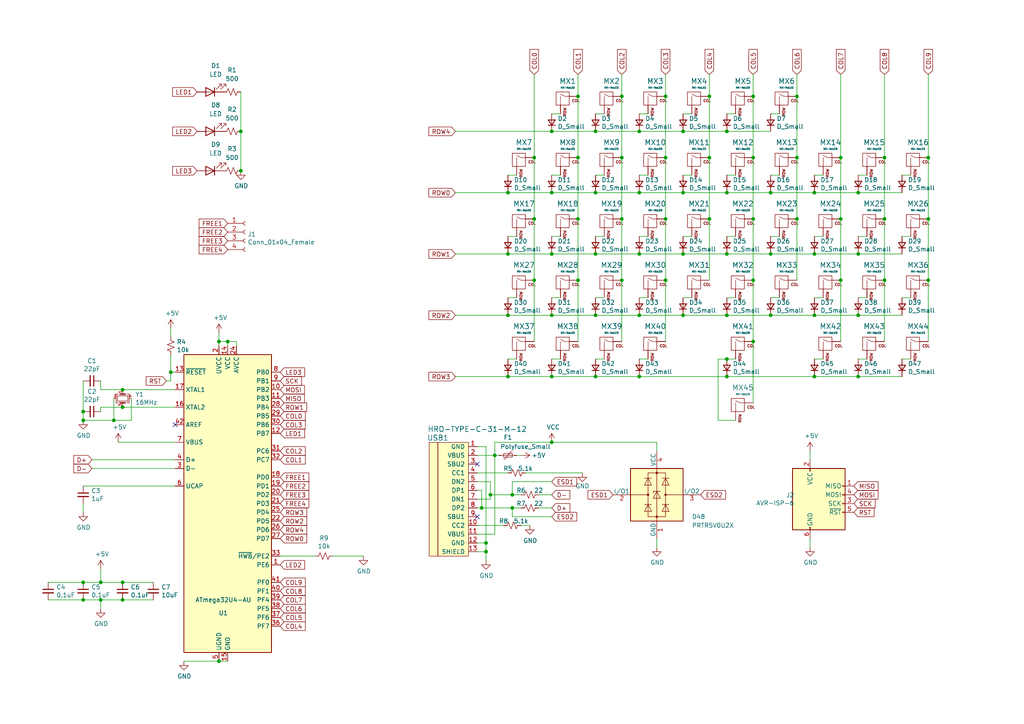
<source format=kicad_sch>
(kicad_sch (version 20211123) (generator eeschema)
  (paper "A4")
  (junction (at 29.21 173.99))
  (junction (at 147.32 109.22))
  (junction (at 142.24 143.51))
  (junction (at 231.14 63.5))
  (junction (at 210.82 38.1))
  (junction (at 63.5 99.06))
  (junction (at 154.94 81.28))
  (junction (at 147.32 91.44))
  (junction (at 148.59 143.51))
  (junction (at 210.82 91.44))
  (junction (at 236.22 73.66))
  (junction (at 180.34 27.94))
  (junction (at 29.21 168.91))
  (junction (at 24.13 121.92))
  (junction (at 236.22 91.44))
  (junction (at 198.12 38.1))
  (junction (at 236.22 55.88))
  (junction (at 160.02 109.22))
  (junction (at 218.44 81.28))
  (junction (at 35.56 168.91))
  (junction (at 160.02 73.66))
  (junction (at 154.94 63.5))
  (junction (at 185.42 91.44))
  (junction (at 172.72 55.88))
  (junction (at 218.44 99.06))
  (junction (at 236.22 109.22))
  (junction (at 269.24 45.72))
  (junction (at 256.54 81.28))
  (junction (at 231.14 27.94))
  (junction (at 210.82 73.66))
  (junction (at 167.64 81.28))
  (junction (at 205.74 45.72))
  (junction (at 248.92 73.66))
  (junction (at 172.72 91.44))
  (junction (at 160.02 91.44))
  (junction (at 243.84 81.28))
  (junction (at 69.85 38.1))
  (junction (at 172.72 38.1))
  (junction (at 140.97 160.02))
  (junction (at 205.74 27.94))
  (junction (at 172.72 73.66))
  (junction (at 180.34 45.72))
  (junction (at 35.56 113.03))
  (junction (at 66.04 99.06))
  (junction (at 243.84 63.5))
  (junction (at 210.82 109.22))
  (junction (at 35.56 118.11))
  (junction (at 24.13 168.91))
  (junction (at 139.7 147.32))
  (junction (at 223.52 55.88))
  (junction (at 160.02 128.27))
  (junction (at 167.64 45.72))
  (junction (at 167.64 27.94))
  (junction (at 180.34 81.28))
  (junction (at 193.04 45.72))
  (junction (at 256.54 63.5))
  (junction (at 269.24 81.28))
  (junction (at 69.85 49.53))
  (junction (at 223.52 73.66))
  (junction (at 248.92 55.88))
  (junction (at 269.24 63.5))
  (junction (at 185.42 109.22))
  (junction (at 63.5 191.77))
  (junction (at 167.64 63.5))
  (junction (at 160.02 55.88))
  (junction (at 231.14 45.72))
  (junction (at 193.04 63.5))
  (junction (at 185.42 38.1))
  (junction (at 198.12 91.44))
  (junction (at 148.59 147.32))
  (junction (at 154.94 45.72))
  (junction (at 218.44 27.94))
  (junction (at 35.56 173.99))
  (junction (at 248.92 109.22))
  (junction (at 140.97 157.48))
  (junction (at 24.13 119.38))
  (junction (at 143.51 132.08))
  (junction (at 205.74 63.5))
  (junction (at 210.82 55.88))
  (junction (at 218.44 45.72))
  (junction (at 33.02 121.92))
  (junction (at 210.82 104.14))
  (junction (at 198.12 73.66))
  (junction (at 193.04 81.28))
  (junction (at 218.44 63.5))
  (junction (at 185.42 73.66))
  (junction (at 256.54 45.72))
  (junction (at 49.53 107.95))
  (junction (at 223.52 91.44))
  (junction (at 185.42 55.88))
  (junction (at 160.02 38.1))
  (junction (at 243.84 45.72))
  (junction (at 198.12 55.88))
  (junction (at 24.13 173.99))
  (junction (at 180.34 63.5))
  (junction (at 193.04 27.94))
  (junction (at 147.32 55.88))
  (junction (at 248.92 91.44))
  (junction (at 147.32 73.66))
  (junction (at 172.72 109.22))
  (no_connect (at 138.43 149.86))
  (no_connect (at 138.43 134.62))
  (no_connect (at 50.8 123.19))
  (wire (pts (xy 160.02 128.27) (xy 143.51 128.27)))
  (wire (pts (xy 231.14 45.72) (xy 231.14 63.5)))
  (wire (pts (xy 187.96 50.8) (xy 185.42 50.8)))
  (wire (pts (xy 143.51 128.27) (xy 143.51 132.08)))
  (wire (pts (xy 24.13 173.99) (xy 13.97 173.99)))
  (wire (pts (xy 162.56 68.58) (xy 160.02 68.58)))
  (wire (pts (xy 96.52 161.29) (xy 105.41 161.29)))
  (wire (pts (xy 29.21 119.38) (xy 29.21 118.11)))
  (wire (pts (xy 143.51 154.94) (xy 143.51 132.08)))
  (wire (pts (xy 29.21 173.99) (xy 35.56 173.99)))
  (wire (pts (xy 236.22 109.22) (xy 248.92 109.22)))
  (wire (pts (xy 187.96 104.14) (xy 185.42 104.14)))
  (wire (pts (xy 256.54 81.28) (xy 256.54 99.06)))
  (wire (pts (xy 49.53 110.49) (xy 49.53 107.95)))
  (wire (pts (xy 226.06 86.36) (xy 223.52 86.36)))
  (wire (pts (xy 234.95 156.21) (xy 234.95 158.75)))
  (wire (pts (xy 160.02 55.88) (xy 147.32 55.88)))
  (wire (pts (xy 236.22 55.88) (xy 223.52 55.88)))
  (wire (pts (xy 149.86 104.14) (xy 147.32 104.14)))
  (wire (pts (xy 69.85 26.67) (xy 69.85 38.1)))
  (wire (pts (xy 147.32 137.16) (xy 138.43 137.16)))
  (wire (pts (xy 213.36 68.58) (xy 210.82 68.58)))
  (wire (pts (xy 154.94 21.59) (xy 154.94 45.72)))
  (wire (pts (xy 193.04 27.94) (xy 193.04 45.72)))
  (wire (pts (xy 154.94 45.72) (xy 154.94 63.5)))
  (wire (pts (xy 162.56 50.8) (xy 160.02 50.8)))
  (wire (pts (xy 138.43 139.7) (xy 142.24 139.7)))
  (wire (pts (xy 218.44 21.59) (xy 218.44 27.94)))
  (wire (pts (xy 66.04 99.06) (xy 63.5 99.06)))
  (wire (pts (xy 236.22 91.44) (xy 248.92 91.44)))
  (wire (pts (xy 35.56 113.03) (xy 50.8 113.03)))
  (wire (pts (xy 24.13 121.92) (xy 24.13 119.38)))
  (wire (pts (xy 187.96 33.02) (xy 185.42 33.02)))
  (wire (pts (xy 132.08 38.1) (xy 160.02 38.1)))
  (wire (pts (xy 142.24 143.51) (xy 142.24 144.78)))
  (wire (pts (xy 190.5 128.27) (xy 160.02 128.27)))
  (wire (pts (xy 185.42 55.88) (xy 172.72 55.88)))
  (wire (pts (xy 151.13 132.08) (xy 149.86 132.08)))
  (wire (pts (xy 256.54 21.59) (xy 256.54 45.72)))
  (wire (pts (xy 162.56 33.02) (xy 160.02 33.02)))
  (wire (pts (xy 172.72 38.1) (xy 185.42 38.1)))
  (wire (pts (xy 231.14 63.5) (xy 231.14 81.28)))
  (wire (pts (xy 142.24 143.51) (xy 148.59 143.51)))
  (wire (pts (xy 223.52 91.44) (xy 210.82 91.44)))
  (wire (pts (xy 238.76 86.36) (xy 236.22 86.36)))
  (wire (pts (xy 205.74 21.59) (xy 205.74 27.94)))
  (wire (pts (xy 213.36 86.36) (xy 210.82 86.36)))
  (wire (pts (xy 200.66 33.02) (xy 198.12 33.02)))
  (wire (pts (xy 200.66 50.8) (xy 198.12 50.8)))
  (wire (pts (xy 190.5 130.81) (xy 190.5 128.27)))
  (wire (pts (xy 29.21 176.53) (xy 29.21 173.99)))
  (wire (pts (xy 223.52 73.66) (xy 210.82 73.66)))
  (wire (pts (xy 175.26 86.36) (xy 172.72 86.36)))
  (wire (pts (xy 248.92 109.22) (xy 261.62 109.22)))
  (wire (pts (xy 180.34 27.94) (xy 180.34 45.72)))
  (wire (pts (xy 29.21 118.11) (xy 35.56 118.11)))
  (wire (pts (xy 149.86 68.58) (xy 147.32 68.58)))
  (wire (pts (xy 68.58 100.33) (xy 68.58 99.06)))
  (wire (pts (xy 243.84 45.72) (xy 243.84 63.5)))
  (wire (pts (xy 269.24 63.5) (xy 269.24 81.28)))
  (wire (pts (xy 81.28 161.29) (xy 91.44 161.29)))
  (wire (pts (xy 160.02 109.22) (xy 172.72 109.22)))
  (wire (pts (xy 210.82 55.88) (xy 198.12 55.88)))
  (wire (pts (xy 175.26 33.02) (xy 172.72 33.02)))
  (wire (pts (xy 236.22 73.66) (xy 223.52 73.66)))
  (wire (pts (xy 66.04 99.06) (xy 66.04 100.33)))
  (wire (pts (xy 248.92 73.66) (xy 236.22 73.66)))
  (wire (pts (xy 149.86 50.8) (xy 147.32 50.8)))
  (wire (pts (xy 154.94 63.5) (xy 154.94 81.28)))
  (wire (pts (xy 147.32 55.88) (xy 132.08 55.88)))
  (wire (pts (xy 24.13 140.97) (xy 50.8 140.97)))
  (wire (pts (xy 154.94 81.28) (xy 154.94 99.06)))
  (wire (pts (xy 175.26 104.14) (xy 172.72 104.14)))
  (wire (pts (xy 140.97 129.54) (xy 138.43 129.54)))
  (wire (pts (xy 172.72 73.66) (xy 160.02 73.66)))
  (wire (pts (xy 138.43 132.08) (xy 143.51 132.08)))
  (wire (pts (xy 218.44 63.5) (xy 218.44 81.28)))
  (wire (pts (xy 269.24 81.28) (xy 269.24 99.06)))
  (wire (pts (xy 38.1 121.92) (xy 38.1 115.57)))
  (wire (pts (xy 35.56 168.91) (xy 44.45 168.91)))
  (wire (pts (xy 172.72 55.88) (xy 160.02 55.88)))
  (wire (pts (xy 168.91 137.16) (xy 152.4 137.16)))
  (wire (pts (xy 208.28 104.14) (xy 210.82 104.14)))
  (wire (pts (xy 210.82 73.66) (xy 198.12 73.66)))
  (wire (pts (xy 200.66 68.58) (xy 198.12 68.58)))
  (wire (pts (xy 251.46 50.8) (xy 248.92 50.8)))
  (wire (pts (xy 226.06 68.58) (xy 223.52 68.58)))
  (wire (pts (xy 24.13 148.59) (xy 24.13 146.05)))
  (wire (pts (xy 236.22 91.44) (xy 223.52 91.44)))
  (wire (pts (xy 26.67 135.89) (xy 50.8 135.89)))
  (wire (pts (xy 63.5 99.06) (xy 63.5 96.52)))
  (wire (pts (xy 69.85 38.1) (xy 69.85 49.53)))
  (wire (pts (xy 187.96 68.58) (xy 185.42 68.58)))
  (wire (pts (xy 148.59 139.7) (xy 148.59 143.51)))
  (wire (pts (xy 264.16 68.58) (xy 261.62 68.58)))
  (wire (pts (xy 49.53 95.25) (xy 49.53 97.79)))
  (wire (pts (xy 175.26 50.8) (xy 172.72 50.8)))
  (wire (pts (xy 29.21 110.49) (xy 29.21 113.03)))
  (wire (pts (xy 198.12 55.88) (xy 185.42 55.88)))
  (wire (pts (xy 269.24 45.72) (xy 269.24 63.5)))
  (wire (pts (xy 248.92 86.36) (xy 251.46 86.36)))
  (wire (pts (xy 185.42 73.66) (xy 172.72 73.66)))
  (wire (pts (xy 139.7 147.32) (xy 138.43 147.32)))
  (wire (pts (xy 218.44 45.72) (xy 218.44 63.5)))
  (wire (pts (xy 68.58 99.06) (xy 66.04 99.06)))
  (wire (pts (xy 147.32 73.66) (xy 132.08 73.66)))
  (wire (pts (xy 264.16 50.8) (xy 261.62 50.8)))
  (wire (pts (xy 34.29 128.27) (xy 50.8 128.27)))
  (wire (pts (xy 180.34 63.5) (xy 180.34 81.28)))
  (wire (pts (xy 49.53 102.87) (xy 49.53 107.95)))
  (wire (pts (xy 63.5 100.33) (xy 63.5 99.06)))
  (wire (pts (xy 138.43 142.24) (xy 139.7 142.24)))
  (wire (pts (xy 140.97 157.48) (xy 140.97 129.54)))
  (wire (pts (xy 180.34 81.28) (xy 180.34 99.06)))
  (wire (pts (xy 160.02 109.22) (xy 147.32 109.22)))
  (wire (pts (xy 264.16 104.14) (xy 261.62 104.14)))
  (wire (pts (xy 140.97 157.48) (xy 138.43 157.48)))
  (wire (pts (xy 160.02 139.7) (xy 148.59 139.7)))
  (wire (pts (xy 208.28 121.92) (xy 208.28 104.14)))
  (wire (pts (xy 160.02 147.32) (xy 156.21 147.32)))
  (wire (pts (xy 236.22 104.14) (xy 238.76 104.14)))
  (wire (pts (xy 180.34 45.72) (xy 180.34 63.5)))
  (wire (pts (xy 205.74 27.94) (xy 205.74 45.72)))
  (wire (pts (xy 148.59 147.32) (xy 151.13 147.32)))
  (wire (pts (xy 243.84 21.59) (xy 243.84 45.72)))
  (wire (pts (xy 162.56 104.14) (xy 160.02 104.14)))
  (wire (pts (xy 132.08 109.22) (xy 147.32 109.22)))
  (wire (pts (xy 162.56 86.36) (xy 160.02 86.36)))
  (wire (pts (xy 248.92 91.44) (xy 261.62 91.44)))
  (wire (pts (xy 160.02 73.66) (xy 147.32 73.66)))
  (wire (pts (xy 167.64 27.94) (xy 167.64 45.72)))
  (wire (pts (xy 210.82 91.44) (xy 198.12 91.44)))
  (wire (pts (xy 29.21 168.91) (xy 35.56 168.91)))
  (wire (pts (xy 226.06 33.02) (xy 223.52 33.02)))
  (wire (pts (xy 243.84 81.28) (xy 243.84 99.06)))
  (wire (pts (xy 238.76 68.58) (xy 236.22 68.58)))
  (wire (pts (xy 33.02 121.92) (xy 38.1 121.92)))
  (wire (pts (xy 29.21 165.1) (xy 29.21 168.91)))
  (wire (pts (xy 261.62 55.88) (xy 248.92 55.88)))
  (wire (pts (xy 160.02 91.44) (xy 147.32 91.44)))
  (wire (pts (xy 33.02 121.92) (xy 24.13 121.92)))
  (wire (pts (xy 198.12 73.66) (xy 185.42 73.66)))
  (wire (pts (xy 261.62 86.36) (xy 264.16 86.36)))
  (wire (pts (xy 243.84 63.5) (xy 243.84 81.28)))
  (wire (pts (xy 50.8 118.11) (xy 35.56 118.11)))
  (wire (pts (xy 33.02 115.57) (xy 33.02 121.92)))
  (wire (pts (xy 210.82 38.1) (xy 223.52 38.1)))
  (wire (pts (xy 140.97 160.02) (xy 140.97 157.48)))
  (wire (pts (xy 160.02 149.86) (xy 148.59 149.86)))
  (wire (pts (xy 248.92 104.14) (xy 251.46 104.14)))
  (wire (pts (xy 138.43 160.02) (xy 140.97 160.02)))
  (wire (pts (xy 218.44 81.28) (xy 218.44 99.06)))
  (wire (pts (xy 185.42 91.44) (xy 172.72 91.44)))
  (wire (pts (xy 234.95 133.35) (xy 234.95 130.81)))
  (wire (pts (xy 172.72 109.22) (xy 185.42 109.22)))
  (wire (pts (xy 231.14 27.94) (xy 231.14 45.72)))
  (wire (pts (xy 140.97 162.56) (xy 140.97 160.02)))
  (wire (pts (xy 29.21 173.99) (xy 24.13 173.99)))
  (wire (pts (xy 160.02 38.1) (xy 172.72 38.1)))
  (wire (pts (xy 147.32 91.44) (xy 132.08 91.44)))
  (wire (pts (xy 139.7 147.32) (xy 148.59 147.32)))
  (wire (pts (xy 223.52 55.88) (xy 210.82 55.88)))
  (wire (pts (xy 167.64 63.5) (xy 167.64 81.28)))
  (wire (pts (xy 148.59 143.51) (xy 151.13 143.51)))
  (wire (pts (xy 13.97 168.91) (xy 24.13 168.91)))
  (wire (pts (xy 24.13 110.49) (xy 24.13 119.38)))
  (wire (pts (xy 66.04 191.77) (xy 63.5 191.77)))
  (wire (pts (xy 269.24 21.59) (xy 269.24 45.72)))
  (wire (pts (xy 35.56 173.99) (xy 44.45 173.99)))
  (wire (pts (xy 210.82 109.22) (xy 236.22 109.22)))
  (wire (pts (xy 167.64 21.59) (xy 167.64 27.94)))
  (wire (pts (xy 210.82 104.14) (xy 213.36 104.14)))
  (wire (pts (xy 213.36 33.02) (xy 210.82 33.02)))
  (wire (pts (xy 231.14 21.59) (xy 231.14 27.94)))
  (wire (pts (xy 138.43 154.94) (xy 143.51 154.94)))
  (wire (pts (xy 198.12 38.1) (xy 210.82 38.1)))
  (wire (pts (xy 172.72 91.44) (xy 160.02 91.44)))
  (wire (pts (xy 142.24 139.7) (xy 142.24 143.51)))
  (wire (pts (xy 185.42 38.1) (xy 198.12 38.1)))
  (wire (pts (xy 193.04 21.59) (xy 193.04 27.94)))
  (wire (pts (xy 167.64 81.28) (xy 167.64 99.06)))
  (wire (pts (xy 63.5 191.77) (xy 53.34 191.77)))
  (wire (pts (xy 205.74 63.5) (xy 205.74 81.28)))
  (wire (pts (xy 29.21 113.03) (xy 35.56 113.03)))
  (wire (pts (xy 156.21 143.51) (xy 160.02 143.51)))
  (wire (pts (xy 167.64 45.72) (xy 167.64 63.5)))
  (wire (pts (xy 187.96 86.36) (xy 185.42 86.36)))
  (wire (pts (xy 226.06 50.8) (xy 223.52 50.8)))
  (wire (pts (xy 261.62 73.66) (xy 248.92 73.66)))
  (wire (pts (xy 143.51 132.08) (xy 144.78 132.08)))
  (wire (pts (xy 193.04 81.28) (xy 193.04 99.06)))
  (wire (pts (xy 48.26 110.49) (xy 49.53 110.49)))
  (wire (pts (xy 180.34 21.59) (xy 180.34 27.94)))
  (wire (pts (xy 193.04 63.5) (xy 193.04 81.28)))
  (wire (pts (xy 149.86 86.36) (xy 147.32 86.36)))
  (wire (pts (xy 185.42 109.22) (xy 210.82 109.22)))
  (wire (pts (xy 139.7 142.24) (xy 139.7 147.32)))
  (wire (pts (xy 218.44 99.06) (xy 218.44 116.84)))
  (wire (pts (xy 26.67 133.35) (xy 50.8 133.35)))
  (wire (pts (xy 238.76 50.8) (xy 236.22 50.8)))
  (wire (pts (xy 175.26 68.58) (xy 172.72 68.58)))
  (wire (pts (xy 146.05 152.4) (xy 138.43 152.4)))
  (wire (pts (xy 193.04 45.72) (xy 193.04 63.5)))
  (wire (pts (xy 148.59 149.86) (xy 148.59 147.32)))
  (wire (pts (xy 198.12 91.44) (xy 185.42 91.44)))
  (wire (pts (xy 200.66 86.36) (xy 198.12 86.36)))
  (wire (pts (xy 153.67 152.4) (xy 151.13 152.4)))
  (wire (pts (xy 205.74 45.72) (xy 205.74 63.5)))
  (wire (pts (xy 49.53 107.95) (xy 50.8 107.95)))
  (wire (pts (xy 24.13 168.91) (xy 29.21 168.91)))
  (wire (pts (xy 213.36 50.8) (xy 210.82 50.8)))
  (wire (pts (xy 218.44 27.94) (xy 218.44 45.72)))
  (wire (pts (xy 251.46 68.58) (xy 248.92 68.58)))
  (wire (pts (xy 256.54 63.5) (xy 256.54 81.28)))
  (wire (pts (xy 142.24 144.78) (xy 138.43 144.78)))
  (wire (pts (xy 208.28 121.92) (xy 213.36 121.92)))
  (wire (pts (xy 248.92 55.88) (xy 236.22 55.88)))
  (wire (pts (xy 256.54 45.72) (xy 256.54 63.5)))
  (wire (pts (xy 190.5 158.75) (xy 190.5 156.21)))
  (global_label "FREE4" (shape input) (at 66.04 72.39 180) (property "Intersheet References" "${INTERSHEET_REFS}" (effects hide)))
  (global_label "COL9" (shape input) (at 81.28 168.91 0) (property "Intersheet References" "${INTERSHEET_REFS}" (effects hide)))
  (global_label "FREE3" (shape input) (at 81.28 143.51 0) (property "Intersheet References" "${INTERSHEET_REFS}" (effects hide)))
  (global_label "FREE1" (shape input) (at 81.28 138.43 0) (property "Intersheet References" "${INTERSHEET_REFS}" (effects hide)))
  (global_label "COL7" (shape input) (at 243.84 21.59 90) (property "Intersheet References" "${INTERSHEET_REFS}" (effects hide)))
  (global_label "D+" (shape input) (at 26.67 133.35 180) (property "Intersheet References" "${INTERSHEET_REFS}" (effects hide)))
  (global_label "SCK" (shape input) (at 247.65 146.05 0) (property "Intersheet References" "${INTERSHEET_REFS}" (effects hide)))
  (global_label "COL8" (shape input) (at 256.54 21.59 90) (property "Intersheet References" "${INTERSHEET_REFS}" (effects hide)))
  (global_label "RST" (shape input) (at 247.65 148.59 0) (property "Intersheet References" "${INTERSHEET_REFS}" (effects hide)))
  (global_label "COL1" (shape input) (at 81.28 133.35 0) (property "Intersheet References" "${INTERSHEET_REFS}" (effects hide)))
  (global_label "LED1" (shape input) (at 57.15 26.67 180) (property "Intersheet References" "${INTERSHEET_REFS}" (effects hide)))
  (global_label "LED2" (shape input) (at 81.28 163.83 0) (property "Intersheet References" "${INTERSHEET_REFS}" (effects hide)))
  (global_label "COL8" (shape input) (at 81.28 171.45 0) (property "Intersheet References" "${INTERSHEET_REFS}" (effects hide)))
  (global_label "MISO" (shape input) (at 247.65 140.97 0) (property "Intersheet References" "${INTERSHEET_REFS}" (effects hide)))
  (global_label "COL3" (shape input) (at 193.04 21.59 90) (property "Intersheet References" "${INTERSHEET_REFS}" (effects hide)))
  (global_label "ROW0" (shape input) (at 81.28 156.21 0) (property "Intersheet References" "${INTERSHEET_REFS}" (effects hide)))
  (global_label "MOSI" (shape input) (at 81.28 113.03 0) (property "Intersheet References" "${INTERSHEET_REFS}" (effects hide)))
  (global_label "ROW0" (shape input) (at 132.08 55.88 180) (property "Intersheet References" "${INTERSHEET_REFS}" (effects hide)))
  (global_label "FREE4" (shape input) (at 81.28 146.05 0) (property "Intersheet References" "${INTERSHEET_REFS}" (effects hide)))
  (global_label "LED3" (shape input) (at 57.15 49.53 180) (property "Intersheet References" "${INTERSHEET_REFS}" (effects hide)))
  (global_label "RST" (shape input) (at 48.26 110.49 180) (property "Intersheet References" "${INTERSHEET_REFS}" (effects hide)))
  (global_label "ROW3" (shape input) (at 132.08 109.22 180) (property "Intersheet References" "${INTERSHEET_REFS}" (effects hide)))
  (global_label "COL2" (shape input) (at 81.28 130.81 0) (property "Intersheet References" "${INTERSHEET_REFS}" (effects hide)))
  (global_label "COL6" (shape input) (at 231.14 21.59 90) (property "Intersheet References" "${INTERSHEET_REFS}" (effects hide)))
  (global_label "FREE2" (shape input) (at 66.04 67.31 180) (property "Intersheet References" "${INTERSHEET_REFS}" (effects hide)))
  (global_label "MOSI" (shape input) (at 247.65 143.51 0) (property "Intersheet References" "${INTERSHEET_REFS}" (effects hide)))
  (global_label "COL7" (shape input) (at 81.28 173.99 0) (property "Intersheet References" "${INTERSHEET_REFS}" (effects hide)))
  (global_label "COL2" (shape input) (at 180.34 21.59 90) (property "Intersheet References" "${INTERSHEET_REFS}" (effects hide)))
  (global_label "D+" (shape input) (at 160.02 147.32 0) (property "Intersheet References" "${INTERSHEET_REFS}" (effects hide)))
  (global_label "LED1" (shape input) (at 81.28 125.73 0) (property "Intersheet References" "${INTERSHEET_REFS}" (effects hide)))
  (global_label "ROW4" (shape input) (at 132.08 38.1 180) (property "Intersheet References" "${INTERSHEET_REFS}" (effects hide)))
  (global_label "ESD2" (shape input) (at 160.02 149.86 0) (property "Intersheet References" "${INTERSHEET_REFS}" (effects hide)))
  (global_label "COL5" (shape input) (at 218.44 21.59 90) (property "Intersheet References" "${INTERSHEET_REFS}" (effects hide)))
  (global_label "COL1" (shape input) (at 167.64 21.59 90) (property "Intersheet References" "${INTERSHEET_REFS}" (effects hide)))
  (global_label "COL6" (shape input) (at 81.28 176.53 0) (property "Intersheet References" "${INTERSHEET_REFS}" (effects hide)))
  (global_label "D-" (shape input) (at 160.02 143.51 0) (property "Intersheet References" "${INTERSHEET_REFS}" (effects hide)))
  (global_label "FREE1" (shape input) (at 66.04 64.77 180) (property "Intersheet References" "${INTERSHEET_REFS}" (effects hide)))
  (global_label "COL0" (shape input) (at 154.94 21.59 90) (property "Intersheet References" "${INTERSHEET_REFS}" (effects hide)))
  (global_label "ROW4" (shape input) (at 81.28 153.67 0) (property "Intersheet References" "${INTERSHEET_REFS}" (effects hide)))
  (global_label "MISO" (shape input) (at 81.28 115.57 0) (property "Intersheet References" "${INTERSHEET_REFS}" (effects hide)))
  (global_label "ROW1" (shape input) (at 132.08 73.66 180) (property "Intersheet References" "${INTERSHEET_REFS}" (effects hide)))
  (global_label "SCK" (shape input) (at 81.28 110.49 0) (property "Intersheet References" "${INTERSHEET_REFS}" (effects hide)))
  (global_label "ROW3" (shape input) (at 81.28 148.59 0) (property "Intersheet References" "${INTERSHEET_REFS}" (effects hide)))
  (global_label "FREE2" (shape input) (at 81.28 140.97 0) (property "Intersheet References" "${INTERSHEET_REFS}" (effects hide)))
  (global_label "FREE3" (shape input) (at 66.04 69.85 180) (property "Intersheet References" "${INTERSHEET_REFS}" (effects hide)))
  (global_label "COL0" (shape input) (at 81.28 120.65 0) (property "Intersheet References" "${INTERSHEET_REFS}" (effects hide)))
  (global_label "D-" (shape input) (at 26.67 135.89 180) (property "Intersheet References" "${INTERSHEET_REFS}" (effects hide)))
  (global_label "ESD1" (shape input) (at 177.8 143.51 180) (property "Intersheet References" "${INTERSHEET_REFS}" (effects hide)))
  (global_label "ROW2" (shape input) (at 132.08 91.44 180) (property "Intersheet References" "${INTERSHEET_REFS}" (effects hide)))
  (global_label "LED3" (shape input) (at 81.28 107.95 0) (property "Intersheet References" "${INTERSHEET_REFS}" (effects hide)))
  (global_label "COL4" (shape input) (at 81.28 181.61 0) (property "Intersheet References" "${INTERSHEET_REFS}" (effects hide)))
  (global_label "COL4" (shape input) (at 205.74 21.59 90) (property "Intersheet References" "${INTERSHEET_REFS}" (effects hide)))
  (global_label "ESD2" (shape input) (at 203.2 143.51 0) (property "Intersheet References" "${INTERSHEET_REFS}" (effects hide)))
  (global_label "LED2" (shape input) (at 57.15 38.1 180) (property "Intersheet References" "${INTERSHEET_REFS}" (effects hide)))
  (global_label "COL9" (shape input) (at 269.24 21.59 90) (property "Intersheet References" "${INTERSHEET_REFS}" (effects hide)))
  (global_label "COL5" (shape input) (at 81.28 179.07 0) (property "Intersheet References" "${INTERSHEET_REFS}" (effects hide)))
  (global_label "ROW1" (shape input) (at 81.28 118.11 0) (property "Intersheet References" "${INTERSHEET_REFS}" (effects hide)))
  (global_label "COL3" (shape input) (at 81.28 123.19 0) (property "Intersheet References" "${INTERSHEET_REFS}" (effects hide)))
  (global_label "ESD1" (shape input) (at 160.02 139.7 0) (property "Intersheet References" "${INTERSHEET_REFS}" (effects hide)))
  (global_label "ROW2" (shape input) (at 81.28 151.13 0) (property "Intersheet References" "${INTERSHEET_REFS}" (effects hide)))
  (symbol (lib_id "MCU_Microchip_ATmega:ATmega32U4-AU") (at 66.04 146.05 0) (unit 1)
    (property "Reference" "U1" (at 64.77 177.8 0))
    (property "Value" "ATmega32U4-AU" (at 64.77 173.99 0))
    (property "Footprint" "Package_QFP:TQFP-44_10x10mm_P0.8mm" (effects hide))
    (property "Datasheet" "http://ww1.microchip.com/downloads/en/DeviceDoc/Atmel-7766-8-bit-AVR-ATmega16U4-32U4_Datasheet.pdf" (effects hide))
    (property "LCSC" "C44854" (effects hide))
  )
  (symbol (lib_id "power:+5V") (at 63.5 96.52 0) (unit 1)
    (property "Reference" "#PWR03" (effects hide))
    (property "Value" "+5V" (at 63.881 92.1258 0))
  )
  (symbol (lib_id "power:GND") (at 53.34 191.77 0) (unit 1)
    (property "Reference" "#PWR018" (effects hide))
    (property "Value" "GND" (at 53.467 196.1642 0))
  )
  (symbol (lib_id "Device:R_Small_US") (at 93.98 161.29 270) (unit 1)
    (property "Reference" "R9" (at 93.98 156.083 90))
    (property "Value" "10k" (at 93.98 158.3944 90))
    (property "Footprint" "Resistor_SMD:R_0805_2012Metric" (effects hide))
    (property "LCSC" "C17414" (effects hide))
  )
  (symbol (lib_id "power:GND") (at 105.41 161.29 0) (unit 1)
    (property "Reference" "#PWR014" (effects hide))
    (property "Value" "GND" (at 105.537 165.6842 0))
  )
  (symbol (lib_id "Device:C_Small") (at 24.13 143.51 0) (unit 1)
    (property "Reference" "C3" (at 26.4668 142.3416 0) (effects (justify left)))
    (property "Value" "1uF" (at 26.4668 144.653 0) (effects (justify left)))
    (property "Footprint" "Capacitor_SMD:C_0805_2012Metric" (effects hide))
    (property "LCSC" "C28323" (effects hide))
  )
  (symbol (lib_id "power:GND") (at 24.13 148.59 0) (unit 1)
    (property "Reference" "#PWR010" (effects hide))
    (property "Value" "GND" (at 24.257 152.9842 0))
  )
  (symbol (lib_id "Device:C_Small") (at 13.97 171.45 0) (unit 1)
    (property "Reference" "C4" (at 16.3068 170.2816 0) (effects (justify left)))
    (property "Value" "0.1uF" (at 16.3068 172.593 0) (effects (justify left)))
    (property "Footprint" "Capacitor_SMD:C_0805_2012Metric" (effects hide))
    (property "LCSC" "C49678" (effects hide))
  )
  (symbol (lib_id "Device:C_Small") (at 24.13 171.45 0) (unit 1)
    (property "Reference" "C5" (at 26.4668 170.2816 0) (effects (justify left)))
    (property "Value" "0.1uF" (at 26.4668 172.593 0) (effects (justify left)))
    (property "Footprint" "Capacitor_SMD:C_0805_2012Metric" (effects hide))
    (property "LCSC" "C49678" (effects hide))
  )
  (symbol (lib_id "Device:C_Small") (at 44.45 171.45 0) (unit 1)
    (property "Reference" "C7" (at 46.7868 170.2816 0) (effects (justify left)))
    (property "Value" "10uF" (at 46.7868 172.593 0) (effects (justify left)))
    (property "Footprint" "Capacitor_SMD:C_0805_2012Metric" (effects hide))
    (property "LCSC" "C307523" (effects hide))
  )
  (symbol (lib_id "power:GND") (at 29.21 176.53 0) (unit 1)
    (property "Reference" "#PWR017" (effects hide))
    (property "Value" "GND" (at 29.337 180.9242 0))
  )
  (symbol (lib_id "power:+5V") (at 29.21 165.1 0) (unit 1)
    (property "Reference" "#PWR016" (effects hide))
    (property "Value" "+5V" (at 29.591 160.7058 0))
  )
  (symbol (lib_id "power:+5V") (at 34.29 128.27 0) (unit 1)
    (property "Reference" "#PWR05" (effects hide))
    (property "Value" "+5V" (at 34.671 123.8758 0))
  )
  (symbol (lib_id "Device:Crystal_GND24_Small") (at 35.56 115.57 270) (unit 1)
    (property "Reference" "Y1" (at 39.2176 114.4016 90) (effects (justify left)))
    (property "Value" "16MHz" (at 39.2176 116.713 90) (effects (justify left)))
    (property "Footprint" "Crystal:Crystal_SMD_3225-4Pin_3.2x2.5mm" (effects hide))
    (property "LCSC" "C89379" (effects hide))
  )
  (symbol (lib_id "Device:C_Small") (at 26.67 110.49 270) (unit 1)
    (property "Reference" "C1" (at 26.67 104.6734 90))
    (property "Value" "22pF" (at 26.67 106.9848 90))
    (property "Footprint" "Capacitor_SMD:C_0805_2012Metric" (effects hide))
    (property "LCSC" "C1804" (effects hide))
  )
  (symbol (lib_id "Device:C_Small") (at 26.67 119.38 270) (unit 1)
    (property "Reference" "C2" (at 26.67 113.5634 90))
    (property "Value" "22pF" (at 26.67 115.8748 90))
    (property "Footprint" "Capacitor_SMD:C_0805_2012Metric" (effects hide))
    (property "LCSC" "C1804" (effects hide))
  )
  (symbol (lib_id "power:GND") (at 24.13 121.92 0) (unit 1)
    (property "Reference" "#PWR04" (effects hide))
    (property "Value" "GND" (at 24.257 126.3142 0))
  )
  (symbol (lib_id "Device:R_Small_US") (at 49.53 100.33 0) (unit 1)
    (property "Reference" "R4" (at 51.2572 99.1616 0) (effects (justify left)))
    (property "Value" "10k" (at 51.2572 101.473 0) (effects (justify left)))
    (property "Footprint" "Resistor_SMD:R_0805_2012Metric" (effects hide))
    (property "LCSC" "C17414" (effects hide))
  )
  (symbol (lib_id "power:+5V") (at 49.53 95.25 0) (unit 1)
    (property "Reference" "#PWR02" (effects hide))
    (property "Value" "+5V" (at 49.911 90.8558 0))
  )
  (symbol (lib_id "MX_Alps_Hybrid:MX-NoLED") (at 214.63 46.99 0) (unit 1)
    (property "Reference" "MX12" (at 215.4682 41.3258 0) (effects (font (size 1.524 1.524))))
    (property "Value" "MX-NoLED" (at 215.4682 43.2054 0) (effects (font (size 0.508 0.508))))
    (property "Footprint" "MX_Only:MXOnly-1U-Hotswap" (effects hide))
  )
  (symbol (lib_id "Device:D_Small") (at 210.82 53.34 90) (unit 1)
    (property "Reference" "D15" (at 212.5472 52.1716 90) (effects (justify right)))
    (property "Value" "D_Small" (at 212.5472 54.483 90) (effects (justify right)))
    (property "Footprint" "Diode_SMD:D_SOD-123" (effects hide))
    (property "LCSC" "C81598" (effects hide))
  )
  (symbol (lib_id "MX_Alps_Hybrid:MX-NoLED") (at 214.63 64.77 0) (unit 1)
    (property "Reference" "MX22" (at 215.4682 59.1058 0) (effects (font (size 1.524 1.524))))
    (property "Value" "MX-NoLED" (at 215.4682 60.9854 0) (effects (font (size 0.508 0.508))))
    (property "Footprint" "MX_Only:MXOnly-1U-Hotswap" (effects hide))
  )
  (symbol (lib_id "Device:D_Small") (at 210.82 71.12 90) (unit 1)
    (property "Reference" "D25" (at 212.5472 69.9516 90) (effects (justify right)))
    (property "Value" "D_Small" (at 212.5472 72.263 90) (effects (justify right)))
    (property "Footprint" "Diode_SMD:D_SOD-123" (effects hide))
    (property "LCSC" "C81598" (effects hide))
  )
  (symbol (lib_id "Type-C:HRO-TYPE-C-31-M-12") (at 135.89 143.51 0) (unit 1)
    (property "Reference" "USB1" (at 127 127 0) (effects (font (size 1.524 1.524))))
    (property "Value" "HRO-TYPE-C-31-M-12" (at 138.43 124.46 0) (effects (font (size 1.524 1.524))))
    (property "Footprint" "Type-C:HRO-TYPE-C-31-M-12-HandSoldering" (effects hide))
  )
  (symbol (lib_id "power:GND") (at 140.97 162.56 0) (unit 1)
    (property "Reference" "#PWR015" (effects hide))
    (property "Value" "GND" (at 141.097 166.9542 0))
  )
  (symbol (lib_id "Device:Polyfuse_Small") (at 147.32 132.08 270) (unit 1)
    (property "Reference" "F1" (at 147.32 126.873 90))
    (property "Value" "Polyfuse_Small" (at 152.4 129.54 90))
    (property "Footprint" "Fuse:Fuse_1206_3216Metric" (effects hide))
    (property "LCSC" "C151162" (effects hide))
  )
  (symbol (lib_id "Device:D_Small") (at 210.82 88.9 90) (unit 1)
    (property "Reference" "D35" (at 212.5472 87.7316 90) (effects (justify right)))
    (property "Value" "D_Small" (at 212.5472 90.043 90) (effects (justify right)))
    (property "Footprint" "Diode_SMD:D_SOD-123" (effects hide))
    (property "LCSC" "C81598" (effects hide))
  )
  (symbol (lib_id "MX_Alps_Hybrid:MX-NoLED") (at 214.63 82.55 0) (unit 1)
    (property "Reference" "MX32" (at 215.4682 76.8858 0) (effects (font (size 1.524 1.524))))
    (property "Value" "MX-NoLED" (at 215.4682 78.7654 0) (effects (font (size 0.508 0.508))))
    (property "Footprint" "MX_Only:MXOnly-1U-Hotswap" (effects hide))
  )
  (symbol (lib_id "Device:R_Small_US") (at 149.86 137.16 270) (unit 1)
    (property "Reference" "R5" (at 147.32 135.89 90))
    (property "Value" "5.1k" (at 152.4 135.89 90))
    (property "Footprint" "Resistor_SMD:R_0805_2012Metric" (effects hide))
    (property "LCSC" "C27834" (effects hide))
  )
  (symbol (lib_id "power:GND") (at 168.91 137.16 0) (unit 1)
    (property "Reference" "#PWR09" (effects hide))
    (property "Value" "GND" (at 168.91 140.97 0))
  )
  (symbol (lib_id "Device:R_Small_US") (at 153.67 143.51 270) (unit 1)
    (property "Reference" "R6" (at 151.13 142.24 90))
    (property "Value" "22" (at 156.21 142.24 90))
    (property "Footprint" "Resistor_SMD:R_0805_2012Metric" (effects hide))
    (property "LCSC" "C17561" (effects hide))
  )
  (symbol (lib_id "Device:R_Small_US") (at 153.67 147.32 270) (unit 1)
    (property "Reference" "R7" (at 151.13 146.05 90))
    (property "Value" "22" (at 156.21 146.05 90))
    (property "Footprint" "Resistor_SMD:R_0805_2012Metric" (effects hide))
    (property "LCSC" "C17561" (effects hide))
  )
  (symbol (lib_id "Device:R_Small_US") (at 148.59 152.4 270) (unit 1)
    (property "Reference" "R8" (at 146.05 151.13 90))
    (property "Value" "5.1k" (at 151.13 151.13 90))
    (property "Footprint" "Resistor_SMD:R_0805_2012Metric" (effects hide))
    (property "LCSC" "C27834" (effects hide))
  )
  (symbol (lib_id "power:GND") (at 153.67 152.4 0) (unit 1)
    (property "Reference" "#PWR011" (effects hide))
    (property "Value" "GND" (at 153.797 156.7942 0))
  )
  (symbol (lib_id "Connector:AVR-ISP-6") (at 237.49 146.05 0) (unit 1)
    (property "Reference" "J2" (at 230.4034 143.6116 0) (effects (justify right)))
    (property "Value" "AVR-ISP-6" (at 230.4034 145.923 0) (effects (justify right)))
    (property "Footprint" "random-keyboard-parts:Reset_Pretty" (effects hide))
    (property "Datasheet" " ~" (effects hide))
  )
  (symbol (lib_id "MX_Alps_Hybrid:MX-NoLED") (at 151.13 64.77 0) (unit 1)
    (property "Reference" "MX17" (at 151.9682 59.1058 0) (effects (font (size 1.524 1.524))))
    (property "Value" "MX-NoLED" (at 151.9682 60.9854 0) (effects (font (size 0.508 0.508))))
    (property "Footprint" "MX_Only:MXOnly-1.25U-Hotswap" (effects hide))
  )
  (symbol (lib_id "Device:D_Small") (at 147.32 71.12 90) (unit 1)
    (property "Reference" "D20" (at 149.0472 69.9516 90) (effects (justify right)))
    (property "Value" "D_Small" (at 149.0472 72.263 90) (effects (justify right)))
    (property "Footprint" "Diode_SMD:D_SOD-123" (effects hide))
    (property "LCSC" "C81598" (effects hide))
  )
  (symbol (lib_id "Device:D_Small") (at 147.32 53.34 90) (unit 1)
    (property "Reference" "D10" (at 149.0472 52.1716 90) (effects (justify right)))
    (property "Value" "D_Small" (at 149.0472 54.483 90) (effects (justify right)))
    (property "Footprint" "Diode_SMD:D_SOD-123" (effects hide))
    (property "LCSC" "C81598" (effects hide))
  )
  (symbol (lib_id "MX_Alps_Hybrid:MX-NoLED") (at 151.13 46.99 0) (unit 1)
    (property "Reference" "MX7" (at 151.9682 41.3258 0) (effects (font (size 1.524 1.524))))
    (property "Value" "MX-NoLED" (at 151.9682 43.2054 0) (effects (font (size 0.508 0.508))))
    (property "Footprint" "MX_Only:MXOnly-1U-Hotswap" (effects hide))
  )
  (symbol (lib_id "MX_Alps_Hybrid:MX-NoLED") (at 151.13 100.33 0) (unit 1)
    (property "Reference" "MX37" (at 151.9682 94.6658 0) (effects (font (size 1.524 1.524))))
    (property "Value" "MX-NoLED" (at 151.9682 96.5454 0) (effects (font (size 0.508 0.508))))
    (property "Footprint" "MX_Only:MXOnly-1.25U-Hotswap" (effects hide))
  )
  (symbol (lib_id "Device:D_Small") (at 147.32 106.68 90) (unit 1)
    (property "Reference" "D40" (at 149.0472 105.5116 90) (effects (justify right)))
    (property "Value" "D_Small" (at 149.0472 107.823 90) (effects (justify right)))
    (property "Footprint" "Diode_SMD:D_SOD-123" (effects hide))
    (property "LCSC" "C81598" (effects hide))
  )
  (symbol (lib_id "Device:D_Small") (at 147.32 88.9 90) (unit 1)
    (property "Reference" "D30" (at 149.0472 87.7316 90) (effects (justify right)))
    (property "Value" "D_Small" (at 149.0472 90.043 90) (effects (justify right)))
    (property "Footprint" "Diode_SMD:D_SOD-123" (effects hide))
    (property "LCSC" "C81598" (effects hide))
  )
  (symbol (lib_id "MX_Alps_Hybrid:MX-NoLED") (at 151.13 82.55 0) (unit 1)
    (property "Reference" "MX27" (at 151.9682 76.8858 0) (effects (font (size 1.524 1.524))))
    (property "Value" "MX-NoLED" (at 151.9682 78.7654 0) (effects (font (size 0.508 0.508))))
    (property "Footprint" "MX_Only:MXOnly-1.75U-Hotswap" (effects hide))
  )
  (symbol (lib_id "MX_Alps_Hybrid:MX-NoLED") (at 163.83 64.77 0) (unit 1)
    (property "Reference" "MX18" (at 164.6682 59.1058 0) (effects (font (size 1.524 1.524))))
    (property "Value" "MX-NoLED" (at 164.6682 60.9854 0) (effects (font (size 0.508 0.508))))
    (property "Footprint" "MX_Only:MXOnly-1U-Hotswap" (effects hide))
  )
  (symbol (lib_id "Device:D_Small") (at 160.02 71.12 90) (unit 1)
    (property "Reference" "D21" (at 161.7472 69.9516 90) (effects (justify right)))
    (property "Value" "D_Small" (at 161.7472 72.263 90) (effects (justify right)))
    (property "Footprint" "Diode_SMD:D_SOD-123" (effects hide))
    (property "LCSC" "C81598" (effects hide))
  )
  (symbol (lib_id "Device:D_Small") (at 160.02 53.34 90) (unit 1)
    (property "Reference" "D11" (at 161.7472 52.1716 90) (effects (justify right)))
    (property "Value" "D_Small" (at 161.7472 54.483 90) (effects (justify right)))
    (property "Footprint" "Diode_SMD:D_SOD-123" (effects hide))
    (property "LCSC" "C81598" (effects hide))
  )
  (symbol (lib_id "MX_Alps_Hybrid:MX-NoLED") (at 163.83 46.99 0) (unit 1)
    (property "Reference" "MX8" (at 164.6682 41.3258 0) (effects (font (size 1.524 1.524))))
    (property "Value" "MX-NoLED" (at 164.6682 43.2054 0) (effects (font (size 0.508 0.508))))
    (property "Footprint" "MX_Only:MXOnly-1U-Hotswap" (effects hide))
  )
  (symbol (lib_id "MX_Alps_Hybrid:MX-NoLED") (at 163.83 100.33 0) (unit 1)
    (property "Reference" "MX38" (at 164.6682 94.6658 0) (effects (font (size 1.524 1.524))))
    (property "Value" "MX-NoLED" (at 164.6682 96.5454 0) (effects (font (size 0.508 0.508))))
    (property "Footprint" "MX_Only:MXOnly-1U-Hotswap" (effects hide))
  )
  (symbol (lib_id "Device:D_Small") (at 160.02 106.68 90) (unit 1)
    (property "Reference" "D41" (at 161.7472 105.5116 90) (effects (justify right)))
    (property "Value" "D_Small" (at 161.7472 107.823 90) (effects (justify right)))
    (property "Footprint" "Diode_SMD:D_SOD-123" (effects hide))
    (property "LCSC" "C81598" (effects hide))
  )
  (symbol (lib_id "Device:D_Small") (at 160.02 88.9 90) (unit 1)
    (property "Reference" "D31" (at 161.7472 87.7316 90) (effects (justify right)))
    (property "Value" "D_Small" (at 161.7472 90.043 90) (effects (justify right)))
    (property "Footprint" "Diode_SMD:D_SOD-123" (effects hide))
    (property "LCSC" "C81598" (effects hide))
  )
  (symbol (lib_id "MX_Alps_Hybrid:MX-NoLED") (at 163.83 82.55 0) (unit 1)
    (property "Reference" "MX28" (at 164.6682 76.8858 0) (effects (font (size 1.524 1.524))))
    (property "Value" "MX-NoLED" (at 164.6682 78.7654 0) (effects (font (size 0.508 0.508))))
    (property "Footprint" "MX_Only:MXOnly-1U-Hotswap" (effects hide))
  )
  (symbol (lib_id "MX_Alps_Hybrid:MX-NoLED") (at 176.53 64.77 0) (unit 1)
    (property "Reference" "MX19" (at 177.3682 59.1058 0) (effects (font (size 1.524 1.524))))
    (property "Value" "MX-NoLED" (at 177.3682 60.9854 0) (effects (font (size 0.508 0.508))))
    (property "Footprint" "MX_Only:MXOnly-1U-Hotswap" (effects hide))
  )
  (symbol (lib_id "Device:D_Small") (at 172.72 71.12 90) (unit 1)
    (property "Reference" "D22" (at 174.4472 69.9516 90) (effects (justify right)))
    (property "Value" "D_Small" (at 174.4472 72.263 90) (effects (justify right)))
    (property "Footprint" "Diode_SMD:D_SOD-123" (effects hide))
    (property "LCSC" "C81598" (effects hide))
  )
  (symbol (lib_id "Device:D_Small") (at 172.72 53.34 90) (unit 1)
    (property "Reference" "D12" (at 174.4472 52.1716 90) (effects (justify right)))
    (property "Value" "D_Small" (at 174.4472 54.483 90) (effects (justify right)))
    (property "Footprint" "Diode_SMD:D_SOD-123" (effects hide))
    (property "LCSC" "C81598" (effects hide))
  )
  (symbol (lib_id "MX_Alps_Hybrid:MX-NoLED") (at 176.53 46.99 0) (unit 1)
    (property "Reference" "MX9" (at 177.3682 41.3258 0) (effects (font (size 1.524 1.524))))
    (property "Value" "MX-NoLED" (at 177.3682 43.2054 0) (effects (font (size 0.508 0.508))))
    (property "Footprint" "MX_Only:MXOnly-1U-Hotswap" (effects hide))
  )
  (symbol (lib_id "Device:D_Small") (at 172.72 88.9 90) (unit 1)
    (property "Reference" "D32" (at 174.4472 87.7316 90) (effects (justify right)))
    (property "Value" "D_Small" (at 174.4472 90.043 90) (effects (justify right)))
    (property "Footprint" "Diode_SMD:D_SOD-123" (effects hide))
    (property "LCSC" "C81598" (effects hide))
  )
  (symbol (lib_id "MX_Alps_Hybrid:MX-NoLED") (at 176.53 82.55 0) (unit 1)
    (property "Reference" "MX29" (at 177.3682 76.8858 0) (effects (font (size 1.524 1.524))))
    (property "Value" "MX-NoLED" (at 177.3682 78.7654 0) (effects (font (size 0.508 0.508))))
    (property "Footprint" "MX_Only:MXOnly-1U-Hotswap" (effects hide))
  )
  (symbol (lib_id "MX_Alps_Hybrid:MX-NoLED") (at 189.23 64.77 0) (unit 1)
    (property "Reference" "MX20" (at 190.0682 59.1058 0) (effects (font (size 1.524 1.524))))
    (property "Value" "MX-NoLED" (at 190.0682 60.9854 0) (effects (font (size 0.508 0.508))))
    (property "Footprint" "MX_Only:MXOnly-1U-Hotswap" (effects hide))
  )
  (symbol (lib_id "Device:D_Small") (at 185.42 71.12 90) (unit 1)
    (property "Reference" "D23" (at 187.1472 69.9516 90) (effects (justify right)))
    (property "Value" "D_Small" (at 187.1472 72.263 90) (effects (justify right)))
    (property "Footprint" "Diode_SMD:D_SOD-123" (effects hide))
    (property "LCSC" "C81598" (effects hide))
  )
  (symbol (lib_id "Device:D_Small") (at 185.42 53.34 90) (unit 1)
    (property "Reference" "D13" (at 187.1472 52.1716 90) (effects (justify right)))
    (property "Value" "D_Small" (at 187.1472 54.483 90) (effects (justify right)))
    (property "Footprint" "Diode_SMD:D_SOD-123" (effects hide))
    (property "LCSC" "C81598" (effects hide))
  )
  (symbol (lib_id "MX_Alps_Hybrid:MX-NoLED") (at 189.23 46.99 0) (unit 1)
    (property "Reference" "MX10" (at 190.0682 41.3258 0) (effects (font (size 1.524 1.524))))
    (property "Value" "MX-NoLED" (at 190.0682 43.2054 0) (effects (font (size 0.508 0.508))))
    (property "Footprint" "MX_Only:MXOnly-1U-Hotswap" (effects hide))
  )
  (symbol (lib_id "Device:D_Small") (at 185.42 88.9 90) (unit 1)
    (property "Reference" "D33" (at 187.1472 87.7316 90) (effects (justify right)))
    (property "Value" "D_Small" (at 187.1472 90.043 90) (effects (justify right)))
    (property "Footprint" "Diode_SMD:D_SOD-123" (effects hide))
    (property "LCSC" "C81598" (effects hide))
  )
  (symbol (lib_id "MX_Alps_Hybrid:MX-NoLED") (at 189.23 82.55 0) (unit 1)
    (property "Reference" "MX30" (at 190.0682 76.8858 0) (effects (font (size 1.524 1.524))))
    (property "Value" "MX-NoLED" (at 190.0682 78.7654 0) (effects (font (size 0.508 0.508))))
    (property "Footprint" "MX_Only:MXOnly-1U-Hotswap" (effects hide))
  )
  (symbol (lib_id "MX_Alps_Hybrid:MX-NoLED") (at 201.93 64.77 0) (unit 1)
    (property "Reference" "MX21" (at 202.7682 59.1058 0) (effects (font (size 1.524 1.524))))
    (property "Value" "MX-NoLED" (at 202.7682 60.9854 0) (effects (font (size 0.508 0.508))))
    (property "Footprint" "MX_Only:MXOnly-1U-Hotswap" (effects hide))
  )
  (symbol (lib_id "Device:D_Small") (at 198.12 71.12 90) (unit 1)
    (property "Reference" "D24" (at 199.8472 69.9516 90) (effects (justify right)))
    (property "Value" "D_Small" (at 199.8472 72.263 90) (effects (justify right)))
    (property "Footprint" "Diode_SMD:D_SOD-123" (effects hide))
    (property "LCSC" "C81598" (effects hide))
  )
  (symbol (lib_id "Device:D_Small") (at 198.12 53.34 90) (unit 1)
    (property "Reference" "D14" (at 199.8472 52.1716 90) (effects (justify right)))
    (property "Value" "D_Small" (at 199.8472 54.483 90) (effects (justify right)))
    (property "Footprint" "Diode_SMD:D_SOD-123" (effects hide))
    (property "LCSC" "C81598" (effects hide))
  )
  (symbol (lib_id "MX_Alps_Hybrid:MX-NoLED") (at 201.93 46.99 0) (unit 1)
    (property "Reference" "MX11" (at 202.7682 41.3258 0) (effects (font (size 1.524 1.524))))
    (property "Value" "MX-NoLED" (at 202.7682 43.2054 0) (effects (font (size 0.508 0.508))))
    (property "Footprint" "MX_Only:MXOnly-1U-Hotswap" (effects hide))
  )
  (symbol (lib_id "MX_Alps_Hybrid:MX-NoLED") (at 214.63 100.33 0) (unit 1)
    (property "Reference" "MX41" (at 215.4682 94.6658 0) (effects (font (size 1.524 1.524))))
    (property "Value" "MX-NoLED" (at 215.4682 96.5454 0) (effects (font (size 0.508 0.508))))
    (property "Footprint" "MX_Only:MXOnly-2U-Hotswap-ReversedStabilizers" (effects hide))
  )
  (symbol (lib_id "Device:D_Small") (at 210.82 106.68 90) (unit 1)
    (property "Reference" "D44" (at 212.5472 105.5116 90) (effects (justify right)))
    (property "Value" "D_Small" (at 212.5472 107.823 90) (effects (justify right)))
    (property "Footprint" "Diode_SMD:D_SOD-123" (effects hide))
    (property "LCSC" "C81598" (effects hide))
  )
  (symbol (lib_id "Device:D_Small") (at 198.12 88.9 90) (unit 1)
    (property "Reference" "D34" (at 199.8472 87.7316 90) (effects (justify right)))
    (property "Value" "D_Small" (at 199.8472 90.043 90) (effects (justify right)))
    (property "Footprint" "Diode_SMD:D_SOD-123" (effects hide))
    (property "LCSC" "C81598" (effects hide))
  )
  (symbol (lib_id "MX_Alps_Hybrid:MX-NoLED") (at 201.93 82.55 0) (unit 1)
    (property "Reference" "MX31" (at 202.7682 76.8858 0) (effects (font (size 1.524 1.524))))
    (property "Value" "MX-NoLED" (at 202.7682 78.7654 0) (effects (font (size 0.508 0.508))))
    (property "Footprint" "MX_Only:MXOnly-1U-Hotswap" (effects hide))
  )
  (symbol (lib_id "power:+5V") (at 234.95 130.81 0) (unit 1)
    (property "Reference" "#PWR07" (effects hide))
    (property "Value" "+5V" (at 235.331 126.4158 0))
  )
  (symbol (lib_id "power:GND") (at 234.95 158.75 0) (unit 1)
    (property "Reference" "#PWR013" (effects hide))
    (property "Value" "GND" (at 235.077 163.1442 0))
  )
  (symbol (lib_id "Power_Protection:PRTR5V0U2X") (at 190.5 143.51 0) (unit 1)
    (property "Reference" "D48" (at 200.66 149.86 0) (effects (justify left)))
    (property "Value" "PRTR5V0U2X" (at 200.66 152.4 0) (effects (justify left)))
    (property "Footprint" "random-keyboard-parts:SOT143B" (effects hide))
    (property "Datasheet" "https://assets.nexperia.com/documents/data-sheet/PRTR5V0U2X.pdf" (effects hide))
    (property "LCSC" "C78442" (effects hide))
  )
  (symbol (lib_id "power:GND") (at 190.5 158.75 0) (unit 1)
    (property "Reference" "#PWR012" (effects hide))
    (property "Value" "GND" (at 190.627 163.1442 0))
  )
  (symbol (lib_id "power:+5V") (at 151.13 132.08 270) (unit 1)
    (property "Reference" "#PWR08" (effects hide))
    (property "Value" "+5V" (at 156.21 132.08 90))
  )
  (symbol (lib_id "MX_Alps_Hybrid:MX-NoLED") (at 240.03 82.55 0) (unit 1)
    (property "Reference" "MX34" (at 240.8682 76.8858 0) (effects (font (size 1.524 1.524))))
    (property "Value" "MX-NoLED" (at 240.8682 78.7654 0) (effects (font (size 0.508 0.508))))
    (property "Footprint" "MX_Only:MXOnly-1U-Hotswap" (effects hide))
  )
  (symbol (lib_id "Device:D_Small") (at 236.22 88.9 90) (unit 1)
    (property "Reference" "D37" (at 237.9472 87.7316 90) (effects (justify right)))
    (property "Value" "D_Small" (at 237.9472 90.043 90) (effects (justify right)))
    (property "Footprint" "Diode_SMD:D_SOD-123" (effects hide))
    (property "LCSC" "C81598" (effects hide))
  )
  (symbol (lib_id "MX_Alps_Hybrid:MX-NoLED") (at 240.03 46.99 0) (unit 1)
    (property "Reference" "MX14" (at 240.8682 41.3258 0) (effects (font (size 1.524 1.524))))
    (property "Value" "MX-NoLED" (at 240.8682 43.2054 0) (effects (font (size 0.508 0.508))))
    (property "Footprint" "MX_Only:MXOnly-1U-Hotswap" (effects hide))
  )
  (symbol (lib_id "Device:D_Small") (at 236.22 53.34 90) (unit 1)
    (property "Reference" "D17" (at 237.9472 52.1716 90) (effects (justify right)))
    (property "Value" "D_Small" (at 237.9472 54.483 90) (effects (justify right)))
    (property "Footprint" "Diode_SMD:D_SOD-123" (effects hide))
    (property "LCSC" "C81598" (effects hide))
  )
  (symbol (lib_id "Device:D_Small") (at 236.22 71.12 90) (unit 1)
    (property "Reference" "D27" (at 237.9472 69.9516 90) (effects (justify right)))
    (property "Value" "D_Small" (at 237.9472 72.263 90) (effects (justify right)))
    (property "Footprint" "Diode_SMD:D_SOD-123" (effects hide))
    (property "LCSC" "C81598" (effects hide))
  )
  (symbol (lib_id "MX_Alps_Hybrid:MX-NoLED") (at 240.03 64.77 0) (unit 1)
    (property "Reference" "MX24" (at 240.8682 59.1058 0) (effects (font (size 1.524 1.524))))
    (property "Value" "MX-NoLED" (at 240.8682 60.9854 0) (effects (font (size 0.508 0.508))))
    (property "Footprint" "MX_Only:MXOnly-1U-Hotswap" (effects hide))
  )
  (symbol (lib_id "MX_Alps_Hybrid:MX-NoLED") (at 227.33 82.55 0) (unit 1)
    (property "Reference" "MX33" (at 228.1682 76.8858 0) (effects (font (size 1.524 1.524))))
    (property "Value" "MX-NoLED" (at 228.1682 78.7654 0) (effects (font (size 0.508 0.508))))
    (property "Footprint" "MX_Only:MXOnly-1U-Hotswap" (effects hide))
  )
  (symbol (lib_id "Device:D_Small") (at 223.52 88.9 90) (unit 1)
    (property "Reference" "D36" (at 225.2472 87.7316 90) (effects (justify right)))
    (property "Value" "D_Small" (at 225.2472 90.043 90) (effects (justify right)))
    (property "Footprint" "Diode_SMD:D_SOD-123" (effects hide))
    (property "LCSC" "C81598" (effects hide))
  )
  (symbol (lib_id "MX_Alps_Hybrid:MX-NoLED") (at 227.33 46.99 0) (unit 1)
    (property "Reference" "MX13" (at 228.1682 41.3258 0) (effects (font (size 1.524 1.524))))
    (property "Value" "MX-NoLED" (at 228.1682 43.2054 0) (effects (font (size 0.508 0.508))))
    (property "Footprint" "MX_Only:MXOnly-1U-Hotswap" (effects hide))
  )
  (symbol (lib_id "Device:D_Small") (at 223.52 53.34 90) (unit 1)
    (property "Reference" "D16" (at 225.2472 52.1716 90) (effects (justify right)))
    (property "Value" "D_Small" (at 225.2472 54.483 90) (effects (justify right)))
    (property "Footprint" "Diode_SMD:D_SOD-123" (effects hide))
    (property "LCSC" "C81598" (effects hide))
  )
  (symbol (lib_id "Device:D_Small") (at 223.52 71.12 90) (unit 1)
    (property "Reference" "D26" (at 225.2472 69.9516 90) (effects (justify right)))
    (property "Value" "D_Small" (at 225.2472 72.263 90) (effects (justify right)))
    (property "Footprint" "Diode_SMD:D_SOD-123" (effects hide))
    (property "LCSC" "C81598" (effects hide))
  )
  (symbol (lib_id "MX_Alps_Hybrid:MX-NoLED") (at 227.33 64.77 0) (unit 1)
    (property "Reference" "MX23" (at 228.1682 59.1058 0) (effects (font (size 1.524 1.524))))
    (property "Value" "MX-NoLED" (at 228.1682 60.9854 0) (effects (font (size 0.508 0.508))))
    (property "Footprint" "MX_Only:MXOnly-1U-Hotswap" (effects hide))
  )
  (symbol (lib_id "MX_Alps_Hybrid:MX-NoLED") (at 252.73 46.99 0) (unit 1)
    (property "Reference" "MX15" (at 253.5682 41.3258 0) (effects (font (size 1.524 1.524))))
    (property "Value" "MX-NoLED" (at 253.5682 43.2054 0) (effects (font (size 0.508 0.508))))
    (property "Footprint" "MX_Only:MXOnly-1U-Hotswap" (effects hide))
  )
  (symbol (lib_id "Device:D_Small") (at 248.92 53.34 90) (unit 1)
    (property "Reference" "D18" (at 250.6472 52.1716 90) (effects (justify right)))
    (property "Value" "D_Small" (at 250.6472 54.483 90) (effects (justify right)))
    (property "Footprint" "Diode_SMD:D_SOD-123" (effects hide))
    (property "LCSC" "C81598" (effects hide))
  )
  (symbol (lib_id "Device:D_Small") (at 248.92 71.12 90) (unit 1)
    (property "Reference" "D28" (at 250.6472 69.9516 90) (effects (justify right)))
    (property "Value" "D_Small" (at 250.6472 72.263 90) (effects (justify right)))
    (property "Footprint" "Diode_SMD:D_SOD-123" (effects hide))
    (property "LCSC" "C81598" (effects hide))
  )
  (symbol (lib_id "MX_Alps_Hybrid:MX-NoLED") (at 252.73 64.77 0) (unit 1)
    (property "Reference" "MX25" (at 253.5682 59.1058 0) (effects (font (size 1.524 1.524))))
    (property "Value" "MX-NoLED" (at 253.5682 60.9854 0) (effects (font (size 0.508 0.508))))
    (property "Footprint" "MX_Only:MXOnly-1U-Hotswap" (effects hide))
  )
  (symbol (lib_id "MX_Alps_Hybrid:MX-NoLED") (at 265.43 82.55 0) (unit 1)
    (property "Reference" "MX36" (at 266.2682 76.8858 0) (effects (font (size 1.524 1.524))))
    (property "Value" "MX-NoLED" (at 266.2682 78.7654 0) (effects (font (size 0.508 0.508))))
    (property "Footprint" "MX_Only:MXOnly-1U-Hotswap" (effects hide))
  )
  (symbol (lib_id "Device:D_Small") (at 261.62 88.9 90) (unit 1)
    (property "Reference" "D39" (at 263.3472 87.7316 90) (effects (justify right)))
    (property "Value" "D_Small" (at 263.3472 90.043 90) (effects (justify right)))
    (property "Footprint" "Diode_SMD:D_SOD-123" (effects hide))
    (property "LCSC" "C81598" (effects hide))
  )
  (symbol (lib_id "MX_Alps_Hybrid:MX-NoLED") (at 265.43 46.99 0) (unit 1)
    (property "Reference" "MX16" (at 266.2682 41.3258 0) (effects (font (size 1.524 1.524))))
    (property "Value" "MX-NoLED" (at 266.2682 43.2054 0) (effects (font (size 0.508 0.508))))
    (property "Footprint" "MX_Only:MXOnly-1.75U-Hotswap" (effects hide))
  )
  (symbol (lib_id "Device:D_Small") (at 261.62 53.34 90) (unit 1)
    (property "Reference" "D19" (at 263.3472 52.1716 90) (effects (justify right)))
    (property "Value" "D_Small" (at 263.3472 54.483 90) (effects (justify right)))
    (property "Footprint" "Diode_SMD:D_SOD-123" (effects hide))
    (property "LCSC" "C81598" (effects hide))
  )
  (symbol (lib_id "Device:D_Small") (at 261.62 71.12 90) (unit 1)
    (property "Reference" "D29" (at 263.3472 69.9516 90) (effects (justify right)))
    (property "Value" "D_Small" (at 263.3472 72.263 90) (effects (justify right)))
    (property "Footprint" "Diode_SMD:D_SOD-123" (effects hide))
    (property "LCSC" "C81598" (effects hide))
  )
  (symbol (lib_id "MX_Alps_Hybrid:MX-NoLED") (at 265.43 64.77 0) (unit 1)
    (property "Reference" "MX26" (at 266.2682 59.1058 0) (effects (font (size 1.524 1.524))))
    (property "Value" "MX-NoLED" (at 266.2682 60.9854 0) (effects (font (size 0.508 0.508))))
    (property "Footprint" "MX_Only:MXOnly-1.5U-Hotswap" (effects hide))
  )
  (symbol (lib_id "Device:D_Small") (at 261.62 106.68 90) (unit 1)
    (property "Reference" "D47" (at 263.3472 105.5116 90) (effects (justify right)))
    (property "Value" "D_Small" (at 263.3472 107.823 90) (effects (justify right)))
    (property "Footprint" "Diode_SMD:D_SOD-123" (effects hide))
    (property "LCSC" "C81598" (effects hide))
  )
  (symbol (lib_id "MX_Alps_Hybrid:MX-NoLED") (at 265.43 100.33 0) (unit 1)
    (property "Reference" "MX44" (at 266.2682 94.6658 0) (effects (font (size 1.524 1.524))))
    (property "Value" "MX-NoLED" (at 266.2682 96.5454 0) (effects (font (size 0.508 0.508))))
    (property "Footprint" "MX_Only:MXOnly-1.25U-Hotswap" (effects hide))
  )
  (symbol (lib_id "MX_Alps_Hybrid:MX-NoLED") (at 214.63 118.11 0) (unit 1)
    (property "Reference" "MX45" (at 215.4682 112.4458 0) (effects (font (size 1.524 1.524))))
    (property "Value" "MX-NoLED" (at 215.4682 114.3254 0) (effects (font (size 0.508 0.508))))
    (property "Footprint" "MX_Only:MXOnly-6.25U-Hotswap-ReversedStabilizers" (effects hide))
  )
  (symbol (lib_id "MX_Alps_Hybrid:MX-NoLED") (at 176.53 100.33 0) (unit 1)
    (property "Reference" "MX39" (at 177.3682 94.6658 0) (effects (font (size 1.524 1.524))))
    (property "Value" "MX-NoLED" (at 177.3682 96.5454 0) (effects (font (size 0.508 0.508))))
    (property "Footprint" "MX_Only:MXOnly-1U-Hotswap" (effects hide))
  )
  (symbol (lib_id "MX_Alps_Hybrid:MX-NoLED") (at 189.23 100.33 0) (unit 1)
    (property "Reference" "MX40" (at 190.0682 94.6658 0) (effects (font (size 1.524 1.524))))
    (property "Value" "MX-NoLED" (at 190.0682 96.5454 0) (effects (font (size 0.508 0.508))))
    (property "Footprint" "MX_Only:MXOnly-2.25U-Hotswap-ReversedStabilizers" (effects hide))
  )
  (symbol (lib_id "Device:D_Small") (at 172.72 106.68 90) (unit 1)
    (property "Reference" "D42" (at 174.4472 105.5116 90) (effects (justify right)))
    (property "Value" "D_Small" (at 174.4472 107.823 90) (effects (justify right)))
    (property "Footprint" "Diode_SMD:D_SOD-123" (effects hide))
    (property "LCSC" "C81598" (effects hide))
  )
  (symbol (lib_id "Device:D_Small") (at 185.42 106.68 90) (unit 1)
    (property "Reference" "D43" (at 187.1472 105.5116 90) (effects (justify right)))
    (property "Value" "D_Small" (at 187.1472 107.823 90) (effects (justify right)))
    (property "Footprint" "Diode_SMD:D_SOD-123" (effects hide))
    (property "LCSC" "C81598" (effects hide))
  )
  (symbol (lib_id "MX_Alps_Hybrid:MX-NoLED") (at 252.73 100.33 0) (unit 1)
    (property "Reference" "MX43" (at 253.5682 94.6658 0) (effects (font (size 1.524 1.524))))
    (property "Value" "MX-NoLED" (at 253.5682 96.5454 0) (effects (font (size 0.508 0.508))))
    (property "Footprint" "MX_Only:MXOnly-1U-Hotswap" (effects hide))
  )
  (symbol (lib_id "Device:D_Small") (at 248.92 106.68 90) (unit 1)
    (property "Reference" "D46" (at 250.6472 105.5116 90) (effects (justify right)))
    (property "Value" "D_Small" (at 250.6472 107.823 90) (effects (justify right)))
    (property "Footprint" "Diode_SMD:D_SOD-123" (effects hide))
    (property "LCSC" "C81598" (effects hide))
  )
  (symbol (lib_id "power:VCC") (at 160.02 128.27 0) (unit 1)
    (property "Reference" "#PWR06" (effects hide))
    (property "Value" "VCC" (at 160.4518 123.8758 0))
  )
  (symbol (lib_id "MX_Alps_Hybrid:MX-NoLED") (at 240.03 100.33 0) (unit 1)
    (property "Reference" "MX42" (at 240.8682 94.6658 0) (effects (font (size 1.524 1.524))))
    (property "Value" "MX-NoLED" (at 240.8682 96.5454 0) (effects (font (size 0.508 0.508))))
    (property "Footprint" "MX_Only:MXOnly-1U-Hotswap" (effects hide))
  )
  (symbol (lib_id "Device:D_Small") (at 236.22 106.68 90) (unit 1)
    (property "Reference" "D45" (at 237.9472 105.5116 90) (effects (justify right)))
    (property "Value" "D_Small" (at 237.9472 107.823 90) (effects (justify right)))
    (property "Footprint" "Diode_SMD:D_SOD-123" (effects hide))
    (property "LCSC" "C81598" (effects hide))
  )
  (symbol (lib_id "Connector:Conn_01x04_Female") (at 71.12 67.31 0) (unit 1)
    (property "Reference" "J1" (at 71.8312 67.9196 0) (effects (justify left)))
    (property "Value" "Conn_01x04_Female" (at 71.8312 70.231 0) (effects (justify left)))
    (property "Footprint" "Connector_JST:JST_ZE_B04B-ZESK-D_1x04_P1.50mm_Vertical" (effects hide))
  )
  (symbol (lib_id "Device:LED") (at 60.96 38.1 180) (unit 1)
    (property "Reference" "D8" (at 62.5475 30.48 0))
    (property "Value" "LED" (at 62.5475 33.02 0))
    (property "Footprint" "LED_SMD:LED_0805_2012Metric" (effects hide))
  )
  (symbol (lib_id "Device:R_Small_US") (at 67.31 49.53 90) (unit 1)
    (property "Reference" "R3" (at 67.31 43.18 90))
    (property "Value" "500" (at 67.31 45.72 90))
    (property "Footprint" "Resistor_SMD:R_0805_2012Metric" (effects hide))
  )
  (symbol (lib_id "Device:D_Small") (at 248.92 88.9 90) (unit 1)
    (property "Reference" "D38" (at 250.6472 87.7316 90) (effects (justify right)))
    (property "Value" "D_Small" (at 250.6472 90.043 90) (effects (justify right)))
    (property "Footprint" "Diode_SMD:D_SOD-123" (effects hide))
    (property "LCSC" "C81598" (effects hide))
  )
  (symbol (lib_id "Device:C_Small") (at 35.56 171.45 0) (unit 1)
    (property "Reference" "C6" (at 37.8968 170.2816 0) (effects (justify left)))
    (property "Value" "0.1uF" (at 37.8968 172.593 0) (effects (justify left)))
    (property "Footprint" "Capacitor_SMD:C_0805_2012Metric" (effects hide))
    (property "LCSC" "C49678" (effects hide))
  )
  (symbol (lib_id "MX_Alps_Hybrid:MX-NoLED") (at 214.63 29.21 0) (unit 1)
    (property "Reference" "MX5" (at 215.4682 23.5458 0) (effects (font (size 1.524 1.524))))
    (property "Value" "MX-NoLED" (at 215.4682 25.4254 0) (effects (font (size 0.508 0.508))))
    (property "Footprint" "MX_Only:MXOnly-1U-Hotswap" (effects hide))
  )
  (symbol (lib_id "Device:LED") (at 60.96 26.67 180) (unit 1)
    (property "Reference" "D1" (at 62.5475 19.05 0))
    (property "Value" "LED" (at 62.5475 21.59 0))
    (property "Footprint" "LED_SMD:LED_0805_2012Metric" (effects hide))
  )
  (symbol (lib_id "Device:D_Small") (at 210.82 35.56 90) (unit 1)
    (property "Reference" "D6" (at 212.5472 34.3916 90) (effects (justify right)))
    (property "Value" "D_Small" (at 212.5472 36.703 90) (effects (justify right)))
    (property "Footprint" "Diode_SMD:D_SOD-123" (effects hide))
    (property "LCSC" "C81598" (effects hide))
  )
  (symbol (lib_id "power:GND") (at 69.85 49.53 0) (unit 1)
    (property "Reference" "#PWR01" (effects hide))
    (property "Value" "GND" (at 69.977 53.9242 0))
  )
  (symbol (lib_id "MX_Alps_Hybrid:MX-NoLED") (at 176.53 29.21 0) (unit 1)
    (property "Reference" "MX2" (at 177.3682 23.5458 0) (effects (font (size 1.524 1.524))))
    (property "Value" "MX-NoLED" (at 177.3682 25.4254 0) (effects (font (size 0.508 0.508))))
    (property "Footprint" "MX_Only:MXOnly-1U-Hotswap" (effects hide))
  )
  (symbol (lib_id "Device:D_Small") (at 160.02 35.56 90) (unit 1)
    (property "Reference" "D2" (at 161.7472 34.3916 90) (effects (justify right)))
    (property "Value" "D_Small" (at 161.7472 36.703 90) (effects (justify right)))
    (property "Footprint" "Diode_SMD:D_SOD-123" (effects hide))
    (property "LCSC" "C81598" (effects hide))
  )
  (symbol (lib_id "Device:D_Small") (at 198.12 35.56 90) (unit 1)
    (property "Reference" "D5" (at 199.8472 34.3916 90) (effects (justify right)))
    (property "Value" "D_Small" (at 199.8472 36.703 90) (effects (justify right)))
    (property "Footprint" "Diode_SMD:D_SOD-123" (effects hide))
    (property "LCSC" "C81598" (effects hide))
  )
  (symbol (lib_id "Device:D_Small") (at 185.42 35.56 90) (unit 1)
    (property "Reference" "D4" (at 187.1472 34.3916 90) (effects (justify right)))
    (property "Value" "D_Small" (at 187.1472 36.703 90) (effects (justify right)))
    (property "Footprint" "Diode_SMD:D_SOD-123" (effects hide))
    (property "LCSC" "C81598" (effects hide))
  )
  (symbol (lib_id "Device:R_Small_US") (at 67.31 38.1 90) (unit 1)
    (property "Reference" "R2" (at 67.31 31.75 90))
    (property "Value" "500" (at 67.31 34.29 90))
    (property "Footprint" "Resistor_SMD:R_0805_2012Metric" (effects hide))
  )
  (symbol (lib_id "Device:LED") (at 60.96 49.53 180) (unit 1)
    (property "Reference" "D9" (at 62.5475 41.91 0))
    (property "Value" "LED" (at 62.5475 44.45 0))
    (property "Footprint" "LED_SMD:LED_0805_2012Metric" (effects hide))
  )
  (symbol (lib_id "MX_Alps_Hybrid:MX-NoLED") (at 227.33 29.21 0) (unit 1)
    (property "Reference" "MX6" (at 228.1682 23.5458 0) (effects (font (size 1.524 1.524))))
    (property "Value" "MX-NoLED" (at 228.1682 25.4254 0) (effects (font (size 0.508 0.508))))
    (property "Footprint" "MX_Only:MXOnly-1U-Hotswap" (effects hide))
  )
  (symbol (lib_id "MX_Alps_Hybrid:MX-NoLED") (at 163.83 29.21 0) (unit 1)
    (property "Reference" "MX1" (at 164.6682 23.5458 0) (effects (font (size 1.524 1.524))))
    (property "Value" "MX-NoLED" (at 164.6682 25.4254 0) (effects (font (size 0.508 0.508))))
    (property "Footprint" "MX_Only:MXOnly-1U-Hotswap" (effects hide))
  )
  (symbol (lib_id "Device:R_Small_US") (at 67.31 26.67 90) (unit 1)
    (property "Reference" "R1" (at 67.31 20.32 90))
    (property "Value" "500" (at 67.31 22.86 90))
    (property "Footprint" "Resistor_SMD:R_0805_2012Metric" (effects hide))
  )
  (symbol (lib_id "MX_Alps_Hybrid:MX-NoLED") (at 201.93 29.21 0) (unit 1)
    (property "Reference" "MX4" (at 202.7682 23.5458 0) (effects (font (size 1.524 1.524))))
    (property "Value" "MX-NoLED" (at 202.7682 25.4254 0) (effects (font (size 0.508 0.508))))
    (property "Footprint" "MX_Only:MXOnly-1U-Hotswap" (effects hide))
  )
  (symbol (lib_id "MX_Alps_Hybrid:MX-NoLED") (at 252.73 82.55 0) (unit 1)
    (property "Reference" "MX35" (at 253.5682 76.8858 0) (effects (font (size 1.524 1.524))))
    (property "Value" "MX-NoLED" (at 253.5682 78.7654 0) (effects (font (size 0.508 0.508))))
    (property "Footprint" "MX_Only:MXOnly-1U-Hotswap" (effects hide))
  )
  (symbol (lib_id "Device:D_Small") (at 172.72 35.56 90) (unit 1)
    (property "Reference" "D3" (at 174.4472 34.3916 90) (effects (justify right)))
    (property "Value" "D_Small" (at 174.4472 36.703 90) (effects (justify right)))
    (property "Footprint" "Diode_SMD:D_SOD-123" (effects hide))
    (property "LCSC" "C81598" (effects hide))
  )
  (symbol (lib_id "Device:D_Small") (at 223.52 35.56 90) (unit 1)
    (property "Reference" "D7" (at 225.2472 34.3916 90) (effects (justify right)))
    (property "Value" "D_Small" (at 225.2472 36.703 90) (effects (justify right)))
    (property "Footprint" "Diode_SMD:D_SOD-123" (effects hide))
    (property "LCSC" "C81598" (effects hide))
  )
  (symbol (lib_id "MX_Alps_Hybrid:MX-NoLED") (at 189.23 29.21 0) (unit 1)
    (property "Reference" "MX3" (at 190.0682 23.5458 0) (effects (font (size 1.524 1.524))))
    (property "Value" "MX-NoLED" (at 190.0682 25.4254 0) (effects (font (size 0.508 0.508))))
    (property "Footprint" "MX_Only:MXOnly-1U-Hotswap" (effects hide))
  )
)
</source>
